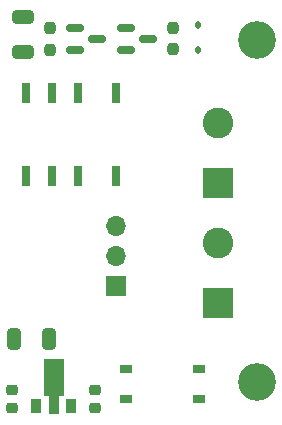
<source format=gbr>
%TF.GenerationSoftware,KiCad,Pcbnew,7.0.7*%
%TF.CreationDate,2023-09-06T14:49:37+02:00*%
%TF.ProjectId,keerlusRelais,6b656572-6c75-4735-9265-6c6169732e6b,rev?*%
%TF.SameCoordinates,Original*%
%TF.FileFunction,Soldermask,Top*%
%TF.FilePolarity,Negative*%
%FSLAX46Y46*%
G04 Gerber Fmt 4.6, Leading zero omitted, Abs format (unit mm)*
G04 Created by KiCad (PCBNEW 7.0.7) date 2023-09-06 14:49:37*
%MOMM*%
%LPD*%
G01*
G04 APERTURE LIST*
G04 Aperture macros list*
%AMRoundRect*
0 Rectangle with rounded corners*
0 $1 Rounding radius*
0 $2 $3 $4 $5 $6 $7 $8 $9 X,Y pos of 4 corners*
0 Add a 4 corners polygon primitive as box body*
4,1,4,$2,$3,$4,$5,$6,$7,$8,$9,$2,$3,0*
0 Add four circle primitives for the rounded corners*
1,1,$1+$1,$2,$3*
1,1,$1+$1,$4,$5*
1,1,$1+$1,$6,$7*
1,1,$1+$1,$8,$9*
0 Add four rect primitives between the rounded corners*
20,1,$1+$1,$2,$3,$4,$5,0*
20,1,$1+$1,$4,$5,$6,$7,0*
20,1,$1+$1,$6,$7,$8,$9,0*
20,1,$1+$1,$8,$9,$2,$3,0*%
%AMFreePoly0*
4,1,9,3.862500,-0.866500,0.737500,-0.866500,0.737500,-0.450000,-0.737500,-0.450000,-0.737500,0.450000,0.737500,0.450000,0.737500,0.866500,3.862500,0.866500,3.862500,-0.866500,3.862500,-0.866500,$1*%
G04 Aperture macros list end*
%ADD10R,2.600000X2.600000*%
%ADD11C,2.600000*%
%ADD12RoundRect,0.237500X-0.237500X0.250000X-0.237500X-0.250000X0.237500X-0.250000X0.237500X0.250000X0*%
%ADD13R,1.700000X1.700000*%
%ADD14O,1.700000X1.700000*%
%ADD15RoundRect,0.225000X-0.250000X0.225000X-0.250000X-0.225000X0.250000X-0.225000X0.250000X0.225000X0*%
%ADD16R,0.800000X1.800000*%
%ADD17RoundRect,0.237500X0.237500X-0.250000X0.237500X0.250000X-0.237500X0.250000X-0.237500X-0.250000X0*%
%ADD18RoundRect,0.150000X-0.587500X-0.150000X0.587500X-0.150000X0.587500X0.150000X-0.587500X0.150000X0*%
%ADD19RoundRect,0.250000X0.650000X-0.325000X0.650000X0.325000X-0.650000X0.325000X-0.650000X-0.325000X0*%
%ADD20R,1.000000X0.800000*%
%ADD21R,0.900000X1.300000*%
%ADD22FreePoly0,90.000000*%
%ADD23C,3.200000*%
%ADD24RoundRect,0.112500X0.112500X-0.187500X0.112500X0.187500X-0.112500X0.187500X-0.112500X-0.187500X0*%
%ADD25RoundRect,0.250000X-0.325000X-0.650000X0.325000X-0.650000X0.325000X0.650000X-0.325000X0.650000X0*%
G04 APERTURE END LIST*
D10*
%TO.C,J1*%
X187706000Y-81280000D03*
D11*
X187706000Y-76200000D03*
%TD*%
D12*
%TO.C,R2*%
X173482000Y-58015500D03*
X173482000Y-59840500D03*
%TD*%
D10*
%TO.C,J2*%
X187706000Y-71120000D03*
D11*
X187706000Y-66040000D03*
%TD*%
D13*
%TO.C,J3*%
X179070000Y-79883000D03*
D14*
X179070000Y-77343000D03*
X179070000Y-74803000D03*
%TD*%
D15*
%TO.C,C3*%
X170307000Y-88620000D03*
X170307000Y-90170000D03*
%TD*%
D16*
%TO.C,K1*%
X179070000Y-63500000D03*
X175870000Y-63500000D03*
X173670000Y-63500000D03*
X171470000Y-63500000D03*
X171470000Y-70500000D03*
X173670000Y-70500000D03*
X175870000Y-70500000D03*
X179070000Y-70500000D03*
%TD*%
D17*
%TO.C,R1*%
X183896000Y-59817000D03*
X183896000Y-57992000D03*
%TD*%
D18*
%TO.C,Q2*%
X175592500Y-57978000D03*
X175592500Y-59878000D03*
X177467500Y-58928000D03*
%TD*%
D19*
%TO.C,C4*%
X171196000Y-60022000D03*
X171196000Y-57072000D03*
%TD*%
D15*
%TO.C,C1*%
X177292000Y-88633000D03*
X177292000Y-90183000D03*
%TD*%
D20*
%TO.C,D1*%
X179932000Y-86868000D03*
X179932000Y-89408000D03*
X186082000Y-89408000D03*
X186082000Y-86868000D03*
%TD*%
D21*
%TO.C,U1*%
X172294000Y-89976500D03*
D22*
X173794000Y-89889000D03*
D21*
X175294000Y-89976500D03*
%TD*%
D23*
%TO.C,REF\u002A\u002A*%
X191000000Y-88000000D03*
%TD*%
D24*
%TO.C,D2*%
X186055000Y-59851000D03*
X186055000Y-57751000D03*
%TD*%
D25*
%TO.C,C2*%
X170483000Y-84328000D03*
X173433000Y-84328000D03*
%TD*%
D18*
%TO.C,Q1*%
X179910500Y-57978000D03*
X179910500Y-59878000D03*
X181785500Y-58928000D03*
%TD*%
D23*
%TO.C,REF\u002A\u002A*%
X191000000Y-59000000D03*
%TD*%
M02*

</source>
